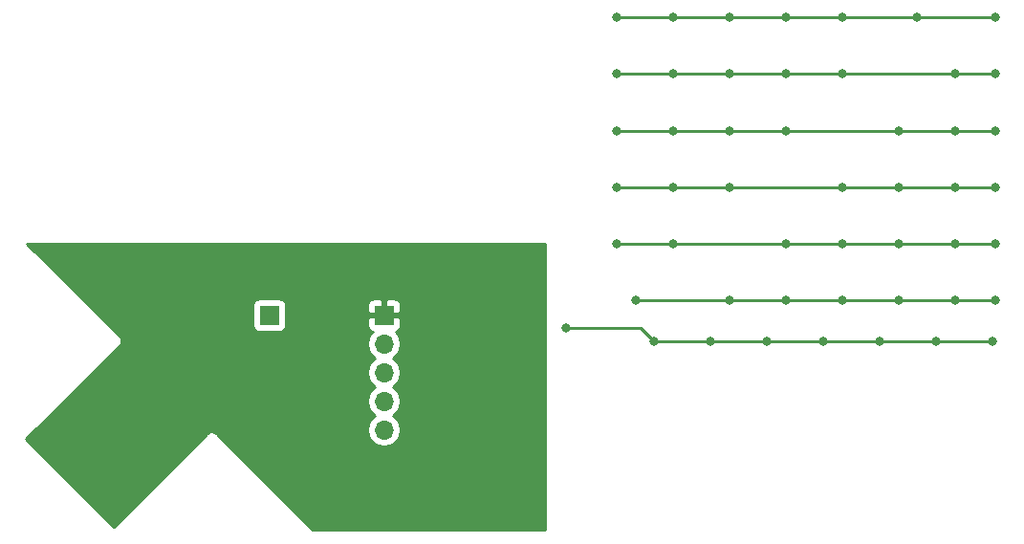
<source format=gbr>
G04 #@! TF.GenerationSoftware,KiCad,Pcbnew,(5.1.5-0-10_14)*
G04 #@! TF.CreationDate,2020-08-04T22:07:34-06:00*
G04 #@! TF.ProjectId,business_card_v1,62757369-6e65-4737-935f-636172645f76,rev?*
G04 #@! TF.SameCoordinates,Original*
G04 #@! TF.FileFunction,Copper,L16,Bot*
G04 #@! TF.FilePolarity,Positive*
%FSLAX46Y46*%
G04 Gerber Fmt 4.6, Leading zero omitted, Abs format (unit mm)*
G04 Created by KiCad (PCBNEW (5.1.5-0-10_14)) date 2020-08-04 22:07:34*
%MOMM*%
%LPD*%
G04 APERTURE LIST*
%ADD10R,1.700000X1.700000*%
%ADD11O,1.700000X1.700000*%
%ADD12C,1.200000*%
%ADD13C,0.800000*%
%ADD14C,0.250000*%
%ADD15C,0.254000*%
G04 APERTURE END LIST*
D10*
X126490000Y-110850000D03*
D11*
X136650000Y-121010000D03*
X136650000Y-118470000D03*
X136650000Y-115930000D03*
X136650000Y-113390000D03*
D10*
X136650000Y-110850000D03*
D12*
X112585500Y-117030500D03*
D13*
X142900000Y-119200000D03*
X146200000Y-122250000D03*
X130300000Y-110750000D03*
X132500000Y-110750000D03*
X143500000Y-109750000D03*
X128987000Y-116615000D03*
X190550000Y-113200000D03*
X185550000Y-113200000D03*
X180550000Y-113200000D03*
X175550000Y-113200000D03*
X170550000Y-113200000D03*
X165550000Y-113200000D03*
X160550000Y-113200000D03*
X152750000Y-112000000D03*
X183810000Y-84500000D03*
X167250000Y-84500000D03*
X172250000Y-84500000D03*
X177250000Y-84500000D03*
X157250000Y-84500000D03*
X162250000Y-84500000D03*
X190750000Y-84500000D03*
X190750000Y-109500000D03*
X187250000Y-109500000D03*
X182250000Y-109500000D03*
X177250000Y-109500000D03*
X172250000Y-109500000D03*
X167250000Y-109500000D03*
X158962500Y-109500000D03*
X190750000Y-104500000D03*
X157250000Y-104500000D03*
X162250000Y-104500000D03*
X187250000Y-104500000D03*
X182250000Y-104500000D03*
X177250000Y-104500000D03*
X172250000Y-104500000D03*
X190750000Y-99500000D03*
X157250000Y-99500000D03*
X162250000Y-99500000D03*
X167250000Y-99500000D03*
X187250000Y-99500000D03*
X182250000Y-99500000D03*
X177250000Y-99500000D03*
X187250000Y-94500000D03*
X190750000Y-94500000D03*
X157250000Y-94500000D03*
X162250000Y-94500000D03*
X167250000Y-94500000D03*
X172250000Y-94500000D03*
X182250000Y-94500000D03*
X187250000Y-89500000D03*
X190750000Y-89500000D03*
X157250000Y-89500000D03*
X162250000Y-89500000D03*
X167250000Y-89500000D03*
X172250000Y-89500000D03*
X177250000Y-89500000D03*
D14*
X160550000Y-113200000D02*
X190550000Y-113200000D01*
X152500000Y-112000000D02*
X159350000Y-112000000D01*
X159350000Y-112000000D02*
X160550000Y-113200000D01*
X157250000Y-84500000D02*
X162250000Y-84500000D01*
X162250000Y-84500000D02*
X167250000Y-84500000D01*
X167250000Y-84500000D02*
X172250000Y-84500000D01*
X172250000Y-84500000D02*
X177250000Y-84500000D01*
X177250000Y-84500000D02*
X190750000Y-84500000D01*
X158962500Y-109500000D02*
X190750000Y-109500000D01*
X157250000Y-104500000D02*
X162250000Y-104500000D01*
X162250000Y-104500000D02*
X190750000Y-104500000D01*
X157250000Y-99500000D02*
X167250000Y-99500000D01*
X167250000Y-99500000D02*
X190750000Y-99500000D01*
X157250000Y-94500000D02*
X172250000Y-94500000D01*
X172250000Y-94500000D02*
X190750000Y-94500000D01*
X157250000Y-89500000D02*
X162250000Y-89500000D01*
X162250000Y-89500000D02*
X177250000Y-89500000D01*
X177250000Y-89500000D02*
X190750000Y-89500000D01*
D15*
G36*
X150876565Y-129843600D02*
G01*
X130366721Y-129843600D01*
X121885543Y-121362423D01*
X121864876Y-121337240D01*
X121764378Y-121254763D01*
X121649720Y-121193478D01*
X121525311Y-121155739D01*
X121395928Y-121142996D01*
X121266545Y-121155739D01*
X121142135Y-121193478D01*
X121027478Y-121254763D01*
X120926980Y-121337240D01*
X120906316Y-121362419D01*
X112698513Y-129570220D01*
X104936526Y-121808234D01*
X113218641Y-113598274D01*
X113245948Y-113575663D01*
X113285067Y-113527569D01*
X113324760Y-113479631D01*
X113326147Y-113477064D01*
X113327984Y-113474805D01*
X113357012Y-113419921D01*
X113386546Y-113365243D01*
X113387404Y-113362457D01*
X113388767Y-113359881D01*
X113406530Y-113300390D01*
X113424830Y-113241000D01*
X113425129Y-113238098D01*
X113425962Y-113235307D01*
X113431778Y-113173484D01*
X113438139Y-113111674D01*
X113437866Y-113108772D01*
X113438139Y-113105870D01*
X113431778Y-113044060D01*
X113425962Y-112982237D01*
X113425129Y-112979446D01*
X113424830Y-112976544D01*
X113406525Y-112917138D01*
X113388767Y-112857663D01*
X113387405Y-112855088D01*
X113386546Y-112852300D01*
X113357000Y-112797600D01*
X113327984Y-112742738D01*
X113326147Y-112740479D01*
X113324760Y-112737912D01*
X113285132Y-112690054D01*
X113245948Y-112641880D01*
X113218630Y-112619260D01*
X110576350Y-110000000D01*
X125001928Y-110000000D01*
X125001928Y-111700000D01*
X125014188Y-111824482D01*
X125050498Y-111944180D01*
X125109463Y-112054494D01*
X125188815Y-112151185D01*
X125285506Y-112230537D01*
X125395820Y-112289502D01*
X125515518Y-112325812D01*
X125640000Y-112338072D01*
X127340000Y-112338072D01*
X127464482Y-112325812D01*
X127584180Y-112289502D01*
X127694494Y-112230537D01*
X127791185Y-112151185D01*
X127870537Y-112054494D01*
X127929502Y-111944180D01*
X127965812Y-111824482D01*
X127978072Y-111700000D01*
X135161928Y-111700000D01*
X135174188Y-111824482D01*
X135210498Y-111944180D01*
X135269463Y-112054494D01*
X135348815Y-112151185D01*
X135445506Y-112230537D01*
X135555820Y-112289502D01*
X135628380Y-112311513D01*
X135496525Y-112443368D01*
X135334010Y-112686589D01*
X135222068Y-112956842D01*
X135165000Y-113243740D01*
X135165000Y-113536260D01*
X135222068Y-113823158D01*
X135334010Y-114093411D01*
X135496525Y-114336632D01*
X135703368Y-114543475D01*
X135877760Y-114660000D01*
X135703368Y-114776525D01*
X135496525Y-114983368D01*
X135334010Y-115226589D01*
X135222068Y-115496842D01*
X135165000Y-115783740D01*
X135165000Y-116076260D01*
X135222068Y-116363158D01*
X135334010Y-116633411D01*
X135496525Y-116876632D01*
X135703368Y-117083475D01*
X135877760Y-117200000D01*
X135703368Y-117316525D01*
X135496525Y-117523368D01*
X135334010Y-117766589D01*
X135222068Y-118036842D01*
X135165000Y-118323740D01*
X135165000Y-118616260D01*
X135222068Y-118903158D01*
X135334010Y-119173411D01*
X135496525Y-119416632D01*
X135703368Y-119623475D01*
X135877760Y-119740000D01*
X135703368Y-119856525D01*
X135496525Y-120063368D01*
X135334010Y-120306589D01*
X135222068Y-120576842D01*
X135165000Y-120863740D01*
X135165000Y-121156260D01*
X135222068Y-121443158D01*
X135334010Y-121713411D01*
X135496525Y-121956632D01*
X135703368Y-122163475D01*
X135946589Y-122325990D01*
X136216842Y-122437932D01*
X136503740Y-122495000D01*
X136796260Y-122495000D01*
X137083158Y-122437932D01*
X137353411Y-122325990D01*
X137596632Y-122163475D01*
X137803475Y-121956632D01*
X137965990Y-121713411D01*
X138077932Y-121443158D01*
X138135000Y-121156260D01*
X138135000Y-120863740D01*
X138077932Y-120576842D01*
X137965990Y-120306589D01*
X137803475Y-120063368D01*
X137596632Y-119856525D01*
X137422240Y-119740000D01*
X137596632Y-119623475D01*
X137803475Y-119416632D01*
X137965990Y-119173411D01*
X138077932Y-118903158D01*
X138135000Y-118616260D01*
X138135000Y-118323740D01*
X138077932Y-118036842D01*
X137965990Y-117766589D01*
X137803475Y-117523368D01*
X137596632Y-117316525D01*
X137422240Y-117200000D01*
X137596632Y-117083475D01*
X137803475Y-116876632D01*
X137965990Y-116633411D01*
X138077932Y-116363158D01*
X138135000Y-116076260D01*
X138135000Y-115783740D01*
X138077932Y-115496842D01*
X137965990Y-115226589D01*
X137803475Y-114983368D01*
X137596632Y-114776525D01*
X137422240Y-114660000D01*
X137596632Y-114543475D01*
X137803475Y-114336632D01*
X137965990Y-114093411D01*
X138077932Y-113823158D01*
X138135000Y-113536260D01*
X138135000Y-113243740D01*
X138077932Y-112956842D01*
X137965990Y-112686589D01*
X137803475Y-112443368D01*
X137671620Y-112311513D01*
X137744180Y-112289502D01*
X137854494Y-112230537D01*
X137951185Y-112151185D01*
X138030537Y-112054494D01*
X138089502Y-111944180D01*
X138125812Y-111824482D01*
X138138072Y-111700000D01*
X138135000Y-111135750D01*
X137976250Y-110977000D01*
X136777000Y-110977000D01*
X136777000Y-110997000D01*
X136523000Y-110997000D01*
X136523000Y-110977000D01*
X135323750Y-110977000D01*
X135165000Y-111135750D01*
X135161928Y-111700000D01*
X127978072Y-111700000D01*
X127978072Y-110000000D01*
X135161928Y-110000000D01*
X135165000Y-110564250D01*
X135323750Y-110723000D01*
X136523000Y-110723000D01*
X136523000Y-109523750D01*
X136777000Y-109523750D01*
X136777000Y-110723000D01*
X137976250Y-110723000D01*
X138135000Y-110564250D01*
X138138072Y-110000000D01*
X138125812Y-109875518D01*
X138089502Y-109755820D01*
X138030537Y-109645506D01*
X137951185Y-109548815D01*
X137854494Y-109469463D01*
X137744180Y-109410498D01*
X137624482Y-109374188D01*
X137500000Y-109361928D01*
X136935750Y-109365000D01*
X136777000Y-109523750D01*
X136523000Y-109523750D01*
X136364250Y-109365000D01*
X135800000Y-109361928D01*
X135675518Y-109374188D01*
X135555820Y-109410498D01*
X135445506Y-109469463D01*
X135348815Y-109548815D01*
X135269463Y-109645506D01*
X135210498Y-109755820D01*
X135174188Y-109875518D01*
X135161928Y-110000000D01*
X127978072Y-110000000D01*
X127965812Y-109875518D01*
X127929502Y-109755820D01*
X127870537Y-109645506D01*
X127791185Y-109548815D01*
X127694494Y-109469463D01*
X127584180Y-109410498D01*
X127464482Y-109374188D01*
X127340000Y-109361928D01*
X125640000Y-109361928D01*
X125515518Y-109374188D01*
X125395820Y-109410498D01*
X125285506Y-109469463D01*
X125188815Y-109548815D01*
X125109463Y-109645506D01*
X125050498Y-109755820D01*
X125014188Y-109875518D01*
X125001928Y-110000000D01*
X110576350Y-110000000D01*
X105055248Y-104527000D01*
X150876565Y-104527000D01*
X150876565Y-129843600D01*
G37*
X150876565Y-129843600D02*
X130366721Y-129843600D01*
X121885543Y-121362423D01*
X121864876Y-121337240D01*
X121764378Y-121254763D01*
X121649720Y-121193478D01*
X121525311Y-121155739D01*
X121395928Y-121142996D01*
X121266545Y-121155739D01*
X121142135Y-121193478D01*
X121027478Y-121254763D01*
X120926980Y-121337240D01*
X120906316Y-121362419D01*
X112698513Y-129570220D01*
X104936526Y-121808234D01*
X113218641Y-113598274D01*
X113245948Y-113575663D01*
X113285067Y-113527569D01*
X113324760Y-113479631D01*
X113326147Y-113477064D01*
X113327984Y-113474805D01*
X113357012Y-113419921D01*
X113386546Y-113365243D01*
X113387404Y-113362457D01*
X113388767Y-113359881D01*
X113406530Y-113300390D01*
X113424830Y-113241000D01*
X113425129Y-113238098D01*
X113425962Y-113235307D01*
X113431778Y-113173484D01*
X113438139Y-113111674D01*
X113437866Y-113108772D01*
X113438139Y-113105870D01*
X113431778Y-113044060D01*
X113425962Y-112982237D01*
X113425129Y-112979446D01*
X113424830Y-112976544D01*
X113406525Y-112917138D01*
X113388767Y-112857663D01*
X113387405Y-112855088D01*
X113386546Y-112852300D01*
X113357000Y-112797600D01*
X113327984Y-112742738D01*
X113326147Y-112740479D01*
X113324760Y-112737912D01*
X113285132Y-112690054D01*
X113245948Y-112641880D01*
X113218630Y-112619260D01*
X110576350Y-110000000D01*
X125001928Y-110000000D01*
X125001928Y-111700000D01*
X125014188Y-111824482D01*
X125050498Y-111944180D01*
X125109463Y-112054494D01*
X125188815Y-112151185D01*
X125285506Y-112230537D01*
X125395820Y-112289502D01*
X125515518Y-112325812D01*
X125640000Y-112338072D01*
X127340000Y-112338072D01*
X127464482Y-112325812D01*
X127584180Y-112289502D01*
X127694494Y-112230537D01*
X127791185Y-112151185D01*
X127870537Y-112054494D01*
X127929502Y-111944180D01*
X127965812Y-111824482D01*
X127978072Y-111700000D01*
X135161928Y-111700000D01*
X135174188Y-111824482D01*
X135210498Y-111944180D01*
X135269463Y-112054494D01*
X135348815Y-112151185D01*
X135445506Y-112230537D01*
X135555820Y-112289502D01*
X135628380Y-112311513D01*
X135496525Y-112443368D01*
X135334010Y-112686589D01*
X135222068Y-112956842D01*
X135165000Y-113243740D01*
X135165000Y-113536260D01*
X135222068Y-113823158D01*
X135334010Y-114093411D01*
X135496525Y-114336632D01*
X135703368Y-114543475D01*
X135877760Y-114660000D01*
X135703368Y-114776525D01*
X135496525Y-114983368D01*
X135334010Y-115226589D01*
X135222068Y-115496842D01*
X135165000Y-115783740D01*
X135165000Y-116076260D01*
X135222068Y-116363158D01*
X135334010Y-116633411D01*
X135496525Y-116876632D01*
X135703368Y-117083475D01*
X135877760Y-117200000D01*
X135703368Y-117316525D01*
X135496525Y-117523368D01*
X135334010Y-117766589D01*
X135222068Y-118036842D01*
X135165000Y-118323740D01*
X135165000Y-118616260D01*
X135222068Y-118903158D01*
X135334010Y-119173411D01*
X135496525Y-119416632D01*
X135703368Y-119623475D01*
X135877760Y-119740000D01*
X135703368Y-119856525D01*
X135496525Y-120063368D01*
X135334010Y-120306589D01*
X135222068Y-120576842D01*
X135165000Y-120863740D01*
X135165000Y-121156260D01*
X135222068Y-121443158D01*
X135334010Y-121713411D01*
X135496525Y-121956632D01*
X135703368Y-122163475D01*
X135946589Y-122325990D01*
X136216842Y-122437932D01*
X136503740Y-122495000D01*
X136796260Y-122495000D01*
X137083158Y-122437932D01*
X137353411Y-122325990D01*
X137596632Y-122163475D01*
X137803475Y-121956632D01*
X137965990Y-121713411D01*
X138077932Y-121443158D01*
X138135000Y-121156260D01*
X138135000Y-120863740D01*
X138077932Y-120576842D01*
X137965990Y-120306589D01*
X137803475Y-120063368D01*
X137596632Y-119856525D01*
X137422240Y-119740000D01*
X137596632Y-119623475D01*
X137803475Y-119416632D01*
X137965990Y-119173411D01*
X138077932Y-118903158D01*
X138135000Y-118616260D01*
X138135000Y-118323740D01*
X138077932Y-118036842D01*
X137965990Y-117766589D01*
X137803475Y-117523368D01*
X137596632Y-117316525D01*
X137422240Y-117200000D01*
X137596632Y-117083475D01*
X137803475Y-116876632D01*
X137965990Y-116633411D01*
X138077932Y-116363158D01*
X138135000Y-116076260D01*
X138135000Y-115783740D01*
X138077932Y-115496842D01*
X137965990Y-115226589D01*
X137803475Y-114983368D01*
X137596632Y-114776525D01*
X137422240Y-114660000D01*
X137596632Y-114543475D01*
X137803475Y-114336632D01*
X137965990Y-114093411D01*
X138077932Y-113823158D01*
X138135000Y-113536260D01*
X138135000Y-113243740D01*
X138077932Y-112956842D01*
X137965990Y-112686589D01*
X137803475Y-112443368D01*
X137671620Y-112311513D01*
X137744180Y-112289502D01*
X137854494Y-112230537D01*
X137951185Y-112151185D01*
X138030537Y-112054494D01*
X138089502Y-111944180D01*
X138125812Y-111824482D01*
X138138072Y-111700000D01*
X138135000Y-111135750D01*
X137976250Y-110977000D01*
X136777000Y-110977000D01*
X136777000Y-110997000D01*
X136523000Y-110997000D01*
X136523000Y-110977000D01*
X135323750Y-110977000D01*
X135165000Y-111135750D01*
X135161928Y-111700000D01*
X127978072Y-111700000D01*
X127978072Y-110000000D01*
X135161928Y-110000000D01*
X135165000Y-110564250D01*
X135323750Y-110723000D01*
X136523000Y-110723000D01*
X136523000Y-109523750D01*
X136777000Y-109523750D01*
X136777000Y-110723000D01*
X137976250Y-110723000D01*
X138135000Y-110564250D01*
X138138072Y-110000000D01*
X138125812Y-109875518D01*
X138089502Y-109755820D01*
X138030537Y-109645506D01*
X137951185Y-109548815D01*
X137854494Y-109469463D01*
X137744180Y-109410498D01*
X137624482Y-109374188D01*
X137500000Y-109361928D01*
X136935750Y-109365000D01*
X136777000Y-109523750D01*
X136523000Y-109523750D01*
X136364250Y-109365000D01*
X135800000Y-109361928D01*
X135675518Y-109374188D01*
X135555820Y-109410498D01*
X135445506Y-109469463D01*
X135348815Y-109548815D01*
X135269463Y-109645506D01*
X135210498Y-109755820D01*
X135174188Y-109875518D01*
X135161928Y-110000000D01*
X127978072Y-110000000D01*
X127965812Y-109875518D01*
X127929502Y-109755820D01*
X127870537Y-109645506D01*
X127791185Y-109548815D01*
X127694494Y-109469463D01*
X127584180Y-109410498D01*
X127464482Y-109374188D01*
X127340000Y-109361928D01*
X125640000Y-109361928D01*
X125515518Y-109374188D01*
X125395820Y-109410498D01*
X125285506Y-109469463D01*
X125188815Y-109548815D01*
X125109463Y-109645506D01*
X125050498Y-109755820D01*
X125014188Y-109875518D01*
X125001928Y-110000000D01*
X110576350Y-110000000D01*
X105055248Y-104527000D01*
X150876565Y-104527000D01*
X150876565Y-129843600D01*
M02*

</source>
